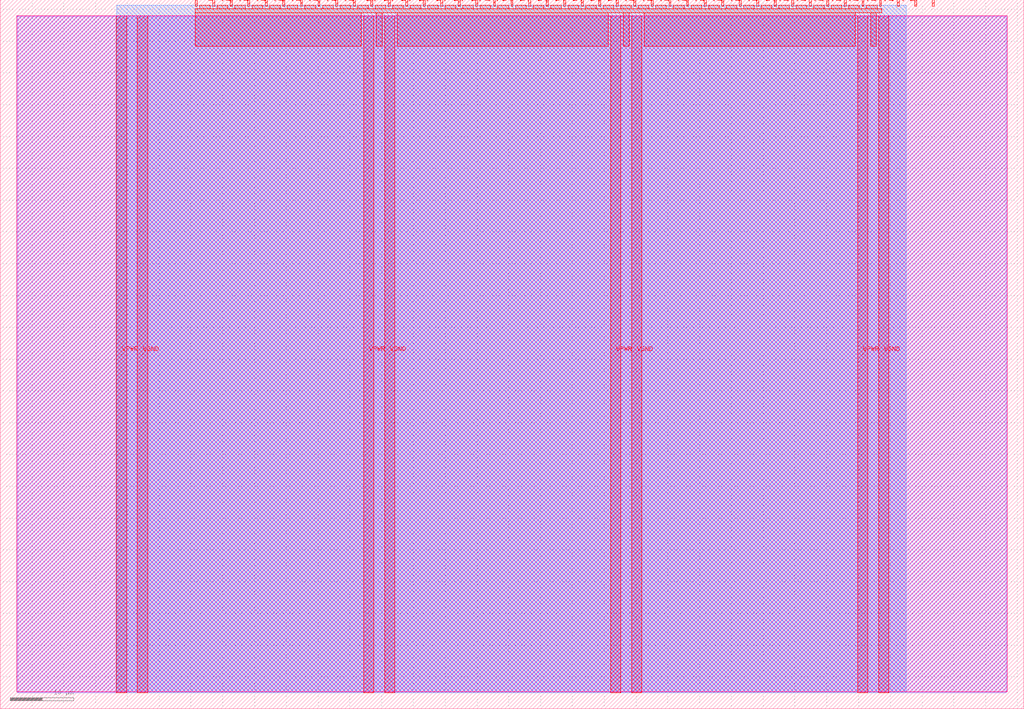
<source format=lef>
VERSION 5.7 ;
  NOWIREEXTENSIONATPIN ON ;
  DIVIDERCHAR "/" ;
  BUSBITCHARS "[]" ;
MACRO tt_um_torurstrom_async_lock
  CLASS BLOCK ;
  FOREIGN tt_um_torurstrom_async_lock ;
  ORIGIN 0.000 0.000 ;
  SIZE 161.000 BY 111.520 ;
  PIN VGND
    DIRECTION INOUT ;
    USE GROUND ;
    PORT
      LAYER met4 ;
        RECT 21.580 2.480 23.180 109.040 ;
    END
    PORT
      LAYER met4 ;
        RECT 60.450 2.480 62.050 109.040 ;
    END
    PORT
      LAYER met4 ;
        RECT 99.320 2.480 100.920 109.040 ;
    END
    PORT
      LAYER met4 ;
        RECT 138.190 2.480 139.790 109.040 ;
    END
  END VGND
  PIN VPWR
    DIRECTION INOUT ;
    USE POWER ;
    PORT
      LAYER met4 ;
        RECT 18.280 2.480 19.880 109.040 ;
    END
    PORT
      LAYER met4 ;
        RECT 57.150 2.480 58.750 109.040 ;
    END
    PORT
      LAYER met4 ;
        RECT 96.020 2.480 97.620 109.040 ;
    END
    PORT
      LAYER met4 ;
        RECT 134.890 2.480 136.490 109.040 ;
    END
  END VPWR
  PIN clk
    DIRECTION INPUT ;
    USE SIGNAL ;
    PORT
      LAYER met4 ;
        RECT 143.830 110.520 144.130 111.520 ;
    END
  END clk
  PIN ena
    DIRECTION INPUT ;
    USE SIGNAL ;
    PORT
      LAYER met4 ;
        RECT 146.590 110.520 146.890 111.520 ;
    END
  END ena
  PIN rst_n
    DIRECTION INPUT ;
    USE SIGNAL ;
    PORT
      LAYER met4 ;
        RECT 141.070 110.520 141.370 111.520 ;
    END
  END rst_n
  PIN ui_in[0]
    DIRECTION INPUT ;
    USE SIGNAL ;
    ANTENNAGATEAREA 0.196500 ;
    PORT
      LAYER met4 ;
        RECT 138.310 110.520 138.610 111.520 ;
    END
  END ui_in[0]
  PIN ui_in[1]
    DIRECTION INPUT ;
    USE SIGNAL ;
    ANTENNAGATEAREA 0.196500 ;
    PORT
      LAYER met4 ;
        RECT 135.550 110.520 135.850 111.520 ;
    END
  END ui_in[1]
  PIN ui_in[2]
    DIRECTION INPUT ;
    USE SIGNAL ;
    ANTENNAGATEAREA 0.196500 ;
    PORT
      LAYER met4 ;
        RECT 132.790 110.520 133.090 111.520 ;
    END
  END ui_in[2]
  PIN ui_in[3]
    DIRECTION INPUT ;
    USE SIGNAL ;
    ANTENNAGATEAREA 0.196500 ;
    PORT
      LAYER met4 ;
        RECT 130.030 110.520 130.330 111.520 ;
    END
  END ui_in[3]
  PIN ui_in[4]
    DIRECTION INPUT ;
    USE SIGNAL ;
    ANTENNAGATEAREA 0.196500 ;
    PORT
      LAYER met4 ;
        RECT 127.270 110.520 127.570 111.520 ;
    END
  END ui_in[4]
  PIN ui_in[5]
    DIRECTION INPUT ;
    USE SIGNAL ;
    ANTENNAGATEAREA 0.196500 ;
    PORT
      LAYER met4 ;
        RECT 124.510 110.520 124.810 111.520 ;
    END
  END ui_in[5]
  PIN ui_in[6]
    DIRECTION INPUT ;
    USE SIGNAL ;
    ANTENNAGATEAREA 0.196500 ;
    PORT
      LAYER met4 ;
        RECT 121.750 110.520 122.050 111.520 ;
    END
  END ui_in[6]
  PIN ui_in[7]
    DIRECTION INPUT ;
    USE SIGNAL ;
    ANTENNAGATEAREA 0.196500 ;
    PORT
      LAYER met4 ;
        RECT 118.990 110.520 119.290 111.520 ;
    END
  END ui_in[7]
  PIN uio_in[0]
    DIRECTION INPUT ;
    USE SIGNAL ;
    PORT
      LAYER met4 ;
        RECT 116.230 110.520 116.530 111.520 ;
    END
  END uio_in[0]
  PIN uio_in[1]
    DIRECTION INPUT ;
    USE SIGNAL ;
    PORT
      LAYER met4 ;
        RECT 113.470 110.520 113.770 111.520 ;
    END
  END uio_in[1]
  PIN uio_in[2]
    DIRECTION INPUT ;
    USE SIGNAL ;
    PORT
      LAYER met4 ;
        RECT 110.710 110.520 111.010 111.520 ;
    END
  END uio_in[2]
  PIN uio_in[3]
    DIRECTION INPUT ;
    USE SIGNAL ;
    PORT
      LAYER met4 ;
        RECT 107.950 110.520 108.250 111.520 ;
    END
  END uio_in[3]
  PIN uio_in[4]
    DIRECTION INPUT ;
    USE SIGNAL ;
    PORT
      LAYER met4 ;
        RECT 105.190 110.520 105.490 111.520 ;
    END
  END uio_in[4]
  PIN uio_in[5]
    DIRECTION INPUT ;
    USE SIGNAL ;
    PORT
      LAYER met4 ;
        RECT 102.430 110.520 102.730 111.520 ;
    END
  END uio_in[5]
  PIN uio_in[6]
    DIRECTION INPUT ;
    USE SIGNAL ;
    PORT
      LAYER met4 ;
        RECT 99.670 110.520 99.970 111.520 ;
    END
  END uio_in[6]
  PIN uio_in[7]
    DIRECTION INPUT ;
    USE SIGNAL ;
    PORT
      LAYER met4 ;
        RECT 96.910 110.520 97.210 111.520 ;
    END
  END uio_in[7]
  PIN uio_oe[0]
    DIRECTION OUTPUT ;
    USE SIGNAL ;
    PORT
      LAYER met4 ;
        RECT 49.990 110.520 50.290 111.520 ;
    END
  END uio_oe[0]
  PIN uio_oe[1]
    DIRECTION OUTPUT ;
    USE SIGNAL ;
    PORT
      LAYER met4 ;
        RECT 47.230 110.520 47.530 111.520 ;
    END
  END uio_oe[1]
  PIN uio_oe[2]
    DIRECTION OUTPUT ;
    USE SIGNAL ;
    PORT
      LAYER met4 ;
        RECT 44.470 110.520 44.770 111.520 ;
    END
  END uio_oe[2]
  PIN uio_oe[3]
    DIRECTION OUTPUT ;
    USE SIGNAL ;
    PORT
      LAYER met4 ;
        RECT 41.710 110.520 42.010 111.520 ;
    END
  END uio_oe[3]
  PIN uio_oe[4]
    DIRECTION OUTPUT ;
    USE SIGNAL ;
    PORT
      LAYER met4 ;
        RECT 38.950 110.520 39.250 111.520 ;
    END
  END uio_oe[4]
  PIN uio_oe[5]
    DIRECTION OUTPUT ;
    USE SIGNAL ;
    PORT
      LAYER met4 ;
        RECT 36.190 110.520 36.490 111.520 ;
    END
  END uio_oe[5]
  PIN uio_oe[6]
    DIRECTION OUTPUT ;
    USE SIGNAL ;
    PORT
      LAYER met4 ;
        RECT 33.430 110.520 33.730 111.520 ;
    END
  END uio_oe[6]
  PIN uio_oe[7]
    DIRECTION OUTPUT ;
    USE SIGNAL ;
    PORT
      LAYER met4 ;
        RECT 30.670 110.520 30.970 111.520 ;
    END
  END uio_oe[7]
  PIN uio_out[0]
    DIRECTION OUTPUT ;
    USE SIGNAL ;
    PORT
      LAYER met4 ;
        RECT 72.070 110.520 72.370 111.520 ;
    END
  END uio_out[0]
  PIN uio_out[1]
    DIRECTION OUTPUT ;
    USE SIGNAL ;
    PORT
      LAYER met4 ;
        RECT 69.310 110.520 69.610 111.520 ;
    END
  END uio_out[1]
  PIN uio_out[2]
    DIRECTION OUTPUT ;
    USE SIGNAL ;
    PORT
      LAYER met4 ;
        RECT 66.550 110.520 66.850 111.520 ;
    END
  END uio_out[2]
  PIN uio_out[3]
    DIRECTION OUTPUT ;
    USE SIGNAL ;
    PORT
      LAYER met4 ;
        RECT 63.790 110.520 64.090 111.520 ;
    END
  END uio_out[3]
  PIN uio_out[4]
    DIRECTION OUTPUT ;
    USE SIGNAL ;
    PORT
      LAYER met4 ;
        RECT 61.030 110.520 61.330 111.520 ;
    END
  END uio_out[4]
  PIN uio_out[5]
    DIRECTION OUTPUT ;
    USE SIGNAL ;
    PORT
      LAYER met4 ;
        RECT 58.270 110.520 58.570 111.520 ;
    END
  END uio_out[5]
  PIN uio_out[6]
    DIRECTION OUTPUT ;
    USE SIGNAL ;
    PORT
      LAYER met4 ;
        RECT 55.510 110.520 55.810 111.520 ;
    END
  END uio_out[6]
  PIN uio_out[7]
    DIRECTION OUTPUT ;
    USE SIGNAL ;
    PORT
      LAYER met4 ;
        RECT 52.750 110.520 53.050 111.520 ;
    END
  END uio_out[7]
  PIN uo_out[0]
    DIRECTION OUTPUT ;
    USE SIGNAL ;
    ANTENNAGATEAREA 0.373500 ;
    ANTENNADIFFAREA 0.924000 ;
    PORT
      LAYER met4 ;
        RECT 94.150 110.520 94.450 111.520 ;
    END
  END uo_out[0]
  PIN uo_out[1]
    DIRECTION OUTPUT ;
    USE SIGNAL ;
    ANTENNAGATEAREA 0.373500 ;
    ANTENNADIFFAREA 0.924000 ;
    PORT
      LAYER met4 ;
        RECT 91.390 110.520 91.690 111.520 ;
    END
  END uo_out[1]
  PIN uo_out[2]
    DIRECTION OUTPUT ;
    USE SIGNAL ;
    ANTENNAGATEAREA 0.373500 ;
    ANTENNADIFFAREA 0.924000 ;
    PORT
      LAYER met4 ;
        RECT 88.630 110.520 88.930 111.520 ;
    END
  END uo_out[2]
  PIN uo_out[3]
    DIRECTION OUTPUT ;
    USE SIGNAL ;
    ANTENNAGATEAREA 0.373500 ;
    ANTENNADIFFAREA 0.924000 ;
    PORT
      LAYER met4 ;
        RECT 85.870 110.520 86.170 111.520 ;
    END
  END uo_out[3]
  PIN uo_out[4]
    DIRECTION OUTPUT ;
    USE SIGNAL ;
    ANTENNAGATEAREA 0.373500 ;
    ANTENNADIFFAREA 0.924000 ;
    PORT
      LAYER met4 ;
        RECT 83.110 110.520 83.410 111.520 ;
    END
  END uo_out[4]
  PIN uo_out[5]
    DIRECTION OUTPUT ;
    USE SIGNAL ;
    ANTENNAGATEAREA 0.373500 ;
    ANTENNADIFFAREA 0.924000 ;
    PORT
      LAYER met4 ;
        RECT 80.350 110.520 80.650 111.520 ;
    END
  END uo_out[5]
  PIN uo_out[6]
    DIRECTION OUTPUT ;
    USE SIGNAL ;
    ANTENNAGATEAREA 0.373500 ;
    ANTENNADIFFAREA 0.462000 ;
    PORT
      LAYER met4 ;
        RECT 77.590 110.520 77.890 111.520 ;
    END
  END uo_out[6]
  PIN uo_out[7]
    DIRECTION OUTPUT ;
    USE SIGNAL ;
    ANTENNAGATEAREA 0.373500 ;
    ANTENNADIFFAREA 0.462000 ;
    PORT
      LAYER met4 ;
        RECT 74.830 110.520 75.130 111.520 ;
    END
  END uo_out[7]
  OBS
      LAYER nwell ;
        RECT 2.570 2.635 158.430 108.990 ;
      LAYER li1 ;
        RECT 2.760 2.635 158.240 108.885 ;
      LAYER met1 ;
        RECT 2.760 2.480 158.240 109.040 ;
      LAYER met2 ;
        RECT 18.310 2.535 142.510 110.685 ;
      LAYER met3 ;
        RECT 18.290 2.555 142.535 110.665 ;
      LAYER met4 ;
        RECT 31.370 110.120 33.030 110.665 ;
        RECT 34.130 110.120 35.790 110.665 ;
        RECT 36.890 110.120 38.550 110.665 ;
        RECT 39.650 110.120 41.310 110.665 ;
        RECT 42.410 110.120 44.070 110.665 ;
        RECT 45.170 110.120 46.830 110.665 ;
        RECT 47.930 110.120 49.590 110.665 ;
        RECT 50.690 110.120 52.350 110.665 ;
        RECT 53.450 110.120 55.110 110.665 ;
        RECT 56.210 110.120 57.870 110.665 ;
        RECT 58.970 110.120 60.630 110.665 ;
        RECT 61.730 110.120 63.390 110.665 ;
        RECT 64.490 110.120 66.150 110.665 ;
        RECT 67.250 110.120 68.910 110.665 ;
        RECT 70.010 110.120 71.670 110.665 ;
        RECT 72.770 110.120 74.430 110.665 ;
        RECT 75.530 110.120 77.190 110.665 ;
        RECT 78.290 110.120 79.950 110.665 ;
        RECT 81.050 110.120 82.710 110.665 ;
        RECT 83.810 110.120 85.470 110.665 ;
        RECT 86.570 110.120 88.230 110.665 ;
        RECT 89.330 110.120 90.990 110.665 ;
        RECT 92.090 110.120 93.750 110.665 ;
        RECT 94.850 110.120 96.510 110.665 ;
        RECT 97.610 110.120 99.270 110.665 ;
        RECT 100.370 110.120 102.030 110.665 ;
        RECT 103.130 110.120 104.790 110.665 ;
        RECT 105.890 110.120 107.550 110.665 ;
        RECT 108.650 110.120 110.310 110.665 ;
        RECT 111.410 110.120 113.070 110.665 ;
        RECT 114.170 110.120 115.830 110.665 ;
        RECT 116.930 110.120 118.590 110.665 ;
        RECT 119.690 110.120 121.350 110.665 ;
        RECT 122.450 110.120 124.110 110.665 ;
        RECT 125.210 110.120 126.870 110.665 ;
        RECT 127.970 110.120 129.630 110.665 ;
        RECT 130.730 110.120 132.390 110.665 ;
        RECT 133.490 110.120 135.150 110.665 ;
        RECT 136.250 110.120 137.910 110.665 ;
        RECT 30.655 109.440 138.625 110.120 ;
        RECT 30.655 104.215 56.750 109.440 ;
        RECT 59.150 104.215 60.050 109.440 ;
        RECT 62.450 104.215 95.620 109.440 ;
        RECT 98.020 104.215 98.920 109.440 ;
        RECT 101.320 104.215 134.490 109.440 ;
        RECT 136.890 104.215 137.790 109.440 ;
  END
END tt_um_torurstrom_async_lock
END LIBRARY


</source>
